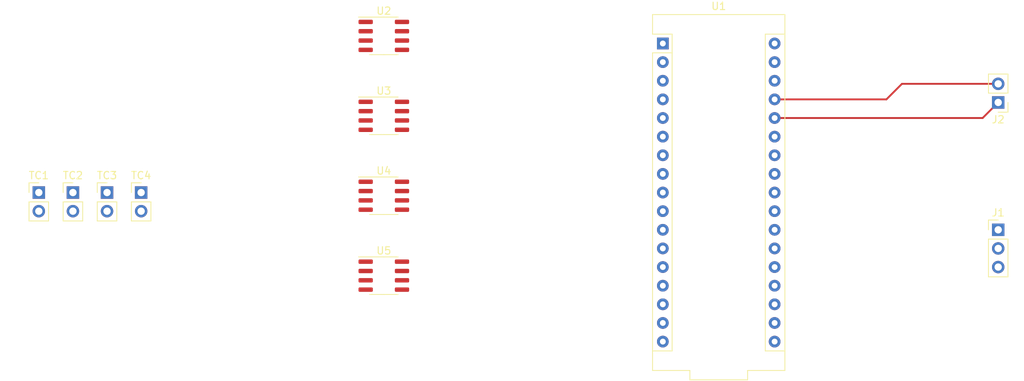
<source format=kicad_pcb>
(kicad_pcb (version 20221018) (generator pcbnew)
  (layers (0 "F.Cu" signal) (31 "B.Cu" signal) (34 "B.Paste" user) (35 "F.Paste" user) (36 "B.SilkS" user "B.Silkscreen") (37 "F.SilkS" user "F.Silkscreen") (38 "B.Mask" user) (39 "F.Mask" user) (44 "Edge.Cuts" user))
  (net 0 "")
  (net 1 "5V")
  (net 2 "GND")
  (net 3 "LCD")
  (net 4 "RESET")
  (net 10 "3.3V")
  (net 17 "T1CS")
  (net 19 "T2CS")
  (net 21 "T3CS")
  (net 23 "T4CS")
  (net 33 "MISO")
  (net 34 "SCK")
  (net 35 "T1-")
  (net 36 "T1+")
  (net 37 "T2-")
  (net 38 "T2+")
  (net 39 "T3-")
  (net 40 "T3+")
  (net 41 "T4-")
  (net 42 "T4+")
  (footprint "Connector_PinHeader_2.54mm:PinHeader_1x02_P2.54mm_Vertical" (layer "F.Cu") (at 180.34 74.08 180)
    (fp_text reference "J2" (at 0 -2.33) (layer "F.SilkS"))
    (fp_text value "CONN_02")
    (fp_line (start -1.33 -1.33) (end 0 -1.33) (stroke (width 0.12)) (layer "F.SilkS"))
    (fp_line (start -1.33 0) (end -1.33 -1.33) (stroke (width 0.12)) (layer "F.SilkS"))
    (fp_line (start -1.33 1.27) (end -1.33 3.87) (stroke (width 0.12)) (layer "F.SilkS"))
    (fp_line (start -1.33 1.27) (end 1.33 1.27) (stroke (width 0.12)) (layer "F.SilkS"))
    (fp_line (start -1.33 3.87) (end 1.33 3.87) (stroke (width 0.12)) (layer "F.SilkS"))
    (fp_line (start 1.33 1.27) (end 1.33 3.87) (stroke (width 0.12)) (layer "F.SilkS"))
    (pad "1" thru_hole rect (at 0 0 180) (size 1.7 1.7) (drill 1) (layers "*.Cu" "*.Mask") (net 4 "RESET"))
    (pad "2" thru_hole oval (at 0 2.54 180) (size 1.7 1.7) (drill 1) (layers "*.Cu" "*.Mask") (net 2 "GND"))
  )
  (footprint "Connector_PinHeader_2.54mm:PinHeader_1x02_P2.54mm_Vertical" (layer "F.Cu") (at 58.85 86.36)
    (fp_text reference "TC3" (at 0 -2.33) (layer "F.SilkS"))
    (fp_text value "Thermocouple")
    (fp_line (start -1.33 -1.33) (end 0 -1.33) (stroke (width 0.12)) (layer "F.SilkS"))
    (fp_line (start -1.33 0) (end -1.33 -1.33) (stroke (width 0.12)) (layer "F.SilkS"))
    (fp_line (start -1.33 1.27) (end -1.33 3.87) (stroke (width 0.12)) (layer "F.SilkS"))
    (fp_line (start -1.33 1.27) (end 1.33 1.27) (stroke (width 0.12)) (layer "F.SilkS"))
    (fp_line (start -1.33 3.87) (end 1.33 3.87) (stroke (width 0.12)) (layer "F.SilkS"))
    (fp_line (start 1.33 1.27) (end 1.33 3.87) (stroke (width 0.12)) (layer "F.SilkS"))
    (pad "1" thru_hole rect (at 0 0) (size 1.7 1.7) (drill 1) (layers "*.Cu" "*.Mask") (net 40 "T3+"))
    (pad "2" thru_hole oval (at 0 2.54) (size 1.7 1.7) (drill 1) (layers "*.Cu" "*.Mask") (net 39 "T3-"))
  )
  (footprint "Package_SO:SOIC-8_3.9x4.9mm_P1.27mm" (layer "F.Cu") (at 96.585 75.9)
    (fp_text reference "U3" (at 0 -3.4) (layer "F.SilkS"))
    (fp_text value "MAX31855TASA")
    (fp_line (start 0 -2.56) (end -3.45 -2.56) (stroke (width 0.12)) (layer "F.SilkS"))
    (fp_line (start 0 -2.56) (end 1.95 -2.56) (stroke (width 0.12)) (layer "F.SilkS"))
    (fp_line (start 0 2.56) (end -1.95 2.56) (stroke (width 0.12)) (layer "F.SilkS"))
    (fp_line (start 0 2.56) (end 1.95 2.56) (stroke (width 0.12)) (layer "F.SilkS"))
    (pad "1" smd roundrect (at -2.475 -1.905) (size 1.95 0.6) (layers "F.Cu" "F.Paste" "F.Mask") (net 2 "GND"))
    (pad "2" smd roundrect (at -2.475 -0.635) (size 1.95 0.6) (layers "F.Cu" "F.Paste" "F.Mask") (net 37 "T2-"))
    (pad "3" smd roundrect (at -2.475 0.635) (size 1.95 0.6) (layers "F.Cu" "F.Paste" "F.Mask") (net 38 "T2+"))
    (pad "4" smd roundrect (at -2.475 1.905) (size 1.95 0.6) (layers "F.Cu" "F.Paste" "F.Mask") (net 10 "3.3V"))
    (pad "5" smd roundrect (at 2.475 1.905) (size 1.95 0.6) (layers "F.Cu" "F.Paste" "F.Mask") (net 34 "SCK"))
    (pad "6" smd roundrect (at 2.475 0.635) (size 1.95 0.6) (layers "F.Cu" "F.Paste" "F.Mask") (net 19 "T2CS"))
    (pad "7" smd roundrect (at 2.475 -0.635) (size 1.95 0.6) (layers "F.Cu" "F.Paste" "F.Mask") (net 33 "MISO"))
    (pad "8" smd roundrect (at 2.475 -1.905) (size 1.95 0.6) (layers "F.Cu" "F.Paste" "F.Mask"))
  )
  (footprint "Package_SO:SOIC-8_3.9x4.9mm_P1.27mm" (layer "F.Cu") (at 96.585 86.795)
    (fp_text reference "U4" (at 0 -3.4) (layer "F.SilkS"))
    (fp_text value "MAX31855TASA")
    (fp_line (start 0 -2.56) (end -3.45 -2.56) (stroke (width 0.12)) (layer "F.SilkS"))
    (fp_line (start 0 -2.56) (end 1.95 -2.56) (stroke (width 0.12)) (layer "F.SilkS"))
    (fp_line (start 0 2.56) (end -1.95 2.56) (stroke (width 0.12)) (layer "F.SilkS"))
    (fp_line (start 0 2.56) (end 1.95 2.56) (stroke (width 0.12)) (layer "F.SilkS"))
    (pad "1" smd roundrect (at -2.475 -1.905) (size 1.95 0.6) (layers "F.Cu" "F.Paste" "F.Mask") (net 2 "GND"))
    (pad "2" smd roundrect (at -2.475 -0.635) (size 1.95 0.6) (layers "F.Cu" "F.Paste" "F.Mask") (net 39 "T3-"))
    (pad "3" smd roundrect (at -2.475 0.635) (size 1.95 0.6) (layers "F.Cu" "F.Paste" "F.Mask") (net 40 "T3+"))
    (pad "4" smd roundrect (at -2.475 1.905) (size 1.95 0.6) (layers "F.Cu" "F.Paste" "F.Mask") (net 10 "3.3V"))
    (pad "5" smd roundrect (at 2.475 1.905) (size 1.95 0.6) (layers "F.Cu" "F.Paste" "F.Mask") (net 34 "SCK"))
    (pad "6" smd roundrect (at 2.475 0.635) (size 1.95 0.6) (layers "F.Cu" "F.Paste" "F.Mask") (net 21 "T3CS"))
    (pad "7" smd roundrect (at 2.475 -0.635) (size 1.95 0.6) (layers "F.Cu" "F.Paste" "F.Mask") (net 33 "MISO"))
    (pad "8" smd roundrect (at 2.475 -1.905) (size 1.95 0.6) (layers "F.Cu" "F.Paste" "F.Mask"))
  )
  (footprint "Connector_PinHeader_2.54mm:PinHeader_1x02_P2.54mm_Vertical" (layer "F.Cu") (at 63.5 86.36)
    (fp_text reference "TC4" (at 0 -2.33) (layer "F.SilkS"))
    (fp_text value "Thermocouple")
    (fp_line (start -1.33 -1.33) (end 0 -1.33) (stroke (width 0.12)) (layer "F.SilkS"))
    (fp_line (start -1.33 0) (end -1.33 -1.33) (stroke (width 0.12)) (layer "F.SilkS"))
    (fp_line (start -1.33 1.27) (end -1.33 3.87) (stroke (width 0.12)) (layer "F.SilkS"))
    (fp_line (start -1.33 1.27) (end 1.33 1.27) (stroke (width 0.12)) (layer "F.SilkS"))
    (fp_line (start -1.33 3.87) (end 1.33 3.87) (stroke (width 0.12)) (layer "F.SilkS"))
    (fp_line (start 1.33 1.27) (end 1.33 3.87) (stroke (width 0.12)) (layer "F.SilkS"))
    (pad "1" thru_hole rect (at 0 0) (size 1.7 1.7) (drill 1) (layers "*.Cu" "*.Mask") (net 42 "T4+"))
    (pad "2" thru_hole oval (at 0 2.54) (size 1.7 1.7) (drill 1) (layers "*.Cu" "*.Mask") (net 41 "T4-"))
  )
  (footprint "Package_SO:SOIC-8_3.9x4.9mm_P1.27mm" (layer "F.Cu") (at 96.585 97.69)
    (fp_text reference "U5" (at 0 -3.4) (layer "F.SilkS"))
    (fp_text value "MAX31855TASA")
    (fp_line (start 0 -2.56) (end -3.45 -2.56) (stroke (width 0.12)) (layer "F.SilkS"))
    (fp_line (start 0 -2.56) (end 1.95 -2.56) (stroke (width 0.12)) (layer "F.SilkS"))
    (fp_line (start 0 2.56) (end -1.95 2.56) (stroke (width 0.12)) (layer "F.SilkS"))
    (fp_line (start 0 2.56) (end 1.95 2.56) (stroke (width 0.12)) (layer "F.SilkS"))
    (pad "1" smd roundrect (at -2.475 -1.905) (size 1.95 0.6) (layers "F.Cu" "F.Paste" "F.Mask") (net 2 "GND"))
    (pad "2" smd roundrect (at -2.475 -0.635) (size 1.95 0.6) (layers "F.Cu" "F.Paste" "F.Mask") (net 41 "T4-"))
    (pad "3" smd roundrect (at -2.475 0.635) (size 1.95 0.6) (layers "F.Cu" "F.Paste" "F.Mask") (net 42 "T4+"))
    (pad "4" smd roundrect (at -2.475 1.905) (size 1.95 0.6) (layers "F.Cu" "F.Paste" "F.Mask") (net 10 "3.3V"))
    (pad "5" smd roundrect (at 2.475 1.905) (size 1.95 0.6) (layers "F.Cu" "F.Paste" "F.Mask") (net 34 "SCK"))
    (pad "6" smd roundrect (at 2.475 0.635) (size 1.95 0.6) (layers "F.Cu" "F.Paste" "F.Mask") (net 23 "T4CS"))
    (pad "7" smd roundrect (at 2.475 -0.635) (size 1.95 0.6) (layers "F.Cu" "F.Paste" "F.Mask") (net 33 "MISO"))
    (pad "8" smd roundrect (at 2.475 -1.905) (size 1.95 0.6) (layers "F.Cu" "F.Paste" "F.Mask"))
  )
  (footprint "Arduino:Arduino_Micro" (layer "F.Cu") (at 134.62 66.04)
    (fp_text reference "U1" (at 7.62 -5.08) (layer "F.SilkS"))
    (fp_text value "Arduino_Micro")
    (fp_line (start -1.397 -3.937) (end -1.397 -1.27) (stroke (width 0.12)) (layer "F.SilkS"))
    (fp_line (start -1.397 1.27) (end -1.397 44.577) (stroke (width 0.12)) (layer "F.SilkS"))
    (fp_line (start -1.397 44.577) (end 3.683 44.577) (stroke (width 0.12)) (layer "F.SilkS"))
    (fp_line (start 1.27 -1.27) (end -1.397 -1.27) (stroke (width 0.12)) (layer "F.SilkS"))
    (fp_line (start 1.27 1.27) (end -1.397 1.27) (stroke (width 0.12)) (layer "F.SilkS"))
    (fp_line (start 1.27 1.27) (end 1.27 -1.27) (stroke (width 0.12)) (layer "F.SilkS"))
    (fp_line (start 1.27 1.27) (end 1.27 41.91) (stroke (width 0.12)) (layer "F.SilkS"))
    (fp_line (start 1.27 41.91) (end -1.397 41.91) (stroke (width 0.12)) (layer "F.SilkS"))
    (fp_line (start 3.683 44.577) (end 3.683 45.847) (stroke (width 0.12)) (layer "F.SilkS"))
    (fp_line (start 3.683 45.847) (end 11.557 45.847) (stroke (width 0.12)) (layer "F.SilkS"))
    (fp_line (start 11.557 44.577) (end 11.557 45.847) (stroke (width 0.12)) (layer "F.SilkS"))
    (fp_line (start 11.557 44.577) (end 16.637 44.577) (stroke (width 0.12)) (layer "F.SilkS"))
    (fp_line (start 13.97 -1.27) (end 13.97 41.91) (stroke (width 0.12)) (layer "F.SilkS"))
    (fp_line (start 13.97 -1.27) (end 16.637 -1.27) (stroke (width 0.12)) (layer "F.SilkS"))
    (fp_line (start 13.97 41.91) (end 16.637 41.91) (stroke (width 0.12)) (layer "F.SilkS"))
    (fp_line (start 16.637 -3.937) (end -1.397 -3.937) (stroke (width 0.12)) (layer "F.SilkS"))
    (fp_line (start 16.637 44.577) (end 16.637 -3.937) (stroke (width 0.12)) (layer "F.SilkS"))
    (pad "1" thru_hole rect (at 0 0) (size 1.6 1.6) (drill 0.8) (layers "*.Cu" "*.Mask"))
    (pad "2" thru_hole oval (at 0 2.54) (size 1.6 1.6) (drill 0.8) (layers "*.Cu" "*.Mask"))
    (pad "3" thru_hole oval (at 0 5.08) (size 1.6 1.6) (drill 0.8) (layers "*.Cu" "*.Mask"))
    (pad "4" thru_hole oval (at 0 7.62) (size 1.6 1.6) (drill 0.8) (layers "*.Cu" "*.Mask"))
    (pad "5" thru_hole oval (at 0 10.16) (size 1.6 1.6) (drill 0.8) (layers "*.Cu" "*.Mask"))
    (pad "6" thru_hole oval (at 0 12.7) (size 1.6 1.6) (drill 0.8) (layers "*.Cu" "*.Mask"))
    (pad "7" thru_hole oval (at 0 15.24) (size 1.6 1.6) (drill 0.8) (layers "*.Cu" "*.Mask") (net 17 "T1CS"))
    (pad "8" thru_hole oval (at 0 17.78) (size 1.6 1.6) (drill 0.8) (layers "*.Cu" "*.Mask") (net 19 "T2CS"))
    (pad "9" thru_hole oval (at 0 20.32) (size 1.6 1.6) (drill 0.8) (layers "*.Cu" "*.Mask") (net 21 "T3CS"))
    (pad "10" thru_hole oval (at 0 22.86) (size 1.6 1.6) (drill 0.8) (layers "*.Cu" "*.Mask") (net 23 "T4CS"))
    (pad "11" thru_hole oval (at 0 25.4) (size 1.6 1.6) (drill 0.8) (layers "*.Cu" "*.Mask"))
    (pad "12" thru_hole oval (at 0 27.94) (size 1.6 1.6) (drill 0.8) (layers "*.Cu" "*.Mask") (net 3 "LCD"))
    (pad "13" thru_hole oval (at 0 30.48) (size 1.6 1.6) (drill 0.8) (layers "*.Cu" "*.Mask"))
    (pad "14" thru_hole oval (at 0 33.02) (size 1.6 1.6) (drill 0.8) (layers "*.Cu" "*.Mask"))
    (pad "15" thru_hole oval (at 0 35.56) (size 1.6 1.6) (drill 0.8) (layers "*.Cu" "*.Mask"))
    (pad "16" thru_hole oval (at 0 38.1) (size 1.6 1.6) (drill 0.8) (layers "*.Cu" "*.Mask"))
    (pad "17" thru_hole oval (at 0 40.64) (size 1.6 1.6) (drill 0.8) (layers "*.Cu" "*.Mask"))
    (pad "18" thru_hole oval (at 15.24 40.64) (size 1.6 1.6) (drill 0.8) (layers "*.Cu" "*.Mask"))
    (pad "19" thru_hole oval (at 15.24 38.1) (size 1.6 1.6) (drill 0.8) (layers "*.Cu" "*.Mask") (net 10 "3.3V"))
    (pad "20" thru_hole oval (at 15.24 35.56) (size 1.6 1.6) (drill 0.8) (layers "*.Cu" "*.Mask"))
    (pad "21" thru_hole oval (at 15.24 33.02) (size 1.6 1.6) (drill 0.8) (layers "*.Cu" "*.Mask"))
    (pad "22" thru_hole oval (at 15.24 30.48) (size 1.6 1.6) (drill 0.8) (layers "*.Cu" "*.Mask"))
    (pad "23" thru_hole oval (at 15.24 27.94) (size 1.6 1.6) (drill 0.8) (layers "*.Cu" "*.Mask"))
    (pad "24" thru_hole oval (at 15.24 25.4) (size 1.6 1.6) (drill 0.8) (layers "*.Cu" "*.Mask"))
    (pad "25" thru_hole oval (at 15.24 22.86) (size 1.6 1.6) (drill 0.8) (layers "*.Cu" "*.Mask"))
    (pad "26" thru_hole oval (at 15.24 20.32) (size 1.6 1.6) (drill 0.8) (layers "*.Cu" "*.Mask"))
    (pad "27" thru_hole oval (at 15.24 17.78) (size 1.6 1.6) (drill 0.8) (layers "*.Cu" "*.Mask"))
    (pad "28" thru_hole oval (at 15.24 15.24) (size 1.6 1.6) (drill 0.8) (layers "*.Cu" "*.Mask"))
    (pad "29" thru_hole oval (at 15.24 12.7) (size 1.6 1.6) (drill 0.8) (layers "*.Cu" "*.Mask") (net 1 "5V"))
    (pad "30" thru_hole oval (at 15.24 10.16) (size 1.6 1.6) (drill 0.8) (layers "*.Cu" "*.Mask") (net 4 "RESET"))
    (pad "31" thru_hole oval (at 15.24 7.62) (size 1.6 1.6) (drill 0.8) (layers "*.Cu" "*.Mask") (net 2 "GND"))
    (pad "32" thru_hole oval (at 15.24 5.08) (size 1.6 1.6) (drill 0.8) (layers "*.Cu" "*.Mask"))
    (pad "33" thru_hole oval (at 15.24 2.54) (size 1.6 1.6) (drill 0.8) (layers "*.Cu" "*.Mask") (net 33 "MISO"))
    (pad "34" thru_hole oval (at 15.24 0) (size 1.6 1.6) (drill 0.8) (layers "*.Cu" "*.Mask") (net 34 "SCK"))
  )
  (footprint "Package_SO:SOIC-8_3.9x4.9mm_P1.27mm" (layer "F.Cu") (at 96.585 65.005)
    (fp_text reference "U2" (at 0 -3.4) (layer "F.SilkS"))
    (fp_text value "MAX31855TASA")
    (fp_line (start 0 -2.56) (end -3.45 -2.56) (stroke (width 0.12)) (layer "F.SilkS"))
    (fp_line (start 0 -2.56) (end 1.95 -2.56) (stroke (width 0.12)) (layer "F.SilkS"))
    (fp_line (start 0 2.56) (end -1.95 2.56) (stroke (width 0.12)) (layer "F.SilkS"))
    (fp_line (start 0 2.56) (end 1.95 2.56) (stroke (width 0.12)) (layer "F.SilkS"))
    (pad "1" smd roundrect (at -2.475 -1.905) (size 1.95 0.6) (layers "F.Cu" "F.Paste" "F.Mask") (net 2 "GND"))
    (pad "2" smd roundrect (at -2.475 -0.635) (size 1.95 0.6) (layers "F.Cu" "F.Paste" "F.Mask") (net 35 "T1-"))
    (pad "3" smd roundrect (at -2.475 0.635) (size 1.95 0.6) (layers "F.Cu" "F.Paste" "F.Mask") (net 36 "T1+"))
    (pad "4" smd roundrect (at -2.475 1.905) (size 1.95 0.6) (layers "F.Cu" "F.Paste" "F.Mask") (net 10 "3.3V"))
    (pad "5" smd roundrect (at 2.475 1.905) (size 1.95 0.6) (layers "F.Cu" "F.Paste" "F.Mask") (net 34 "SCK"))
    (pad "6" smd roundrect (at 2.475 0.635) (size 1.95 0.6) (layers "F.Cu" "F.Paste" "F.Mask") (net 17 "T1CS"))
    (pad "7" smd roundrect (at 2.475 -0.635) (size 1.95 0.6) (layers "F.Cu" "F.Paste" "F.Mask") (net 33 "MISO"))
    (pad "8" smd roundrect (at 2.475 -1.905) (size 1.95 0.6) (layers "F.Cu" "F.Paste" "F.Mask"))
  )
  (footprint "Connector_PinHeader_2.54mm:PinHeader_1x02_P2.54mm_Vertical" (layer "F.Cu") (at 49.55 86.36)
    (fp_text reference "TC1" (at 0 -2.33) (layer "F.SilkS"))
    (fp_text value "Thermocouple")
    (fp_line (start -1.33 -1.33) (end 0 -1.33) (stroke (width 0.12)) (layer "F.SilkS"))
    (fp_line (start -1.33 0) (end -1.33 -1.33) (stroke (width 0.12)) (layer "F.SilkS"))
    (fp_line (start -1.33 1.27) (end -1.33 3.87) (stroke (width 0.12)) (layer "F.SilkS"))
    (fp_line (start -1.33 1.27) (end 1.33 1.27) (stroke (width 0.12)) (layer "F.SilkS"))
    (fp_line (start -1.33 3.87) (end 1.33 3.87) (stroke (width 0.12)) (layer "F.SilkS"))
    (fp_line (start 1.33 1.27) (end 1.33 3.87) (stroke (width 0.12)) (layer "F.SilkS"))
    (pad "1" thru_hole rect (at 0 0) (size 1.7 1.7) (drill 1) (layers "*.Cu" "*.Mask") (net 36 "T1+"))
    (pad "2" thru_hole oval (at 0 2.54) (size 1.7 1.7) (drill 1) (layers "*.Cu" "*.Mask") (net 35 "T1-"))
  )
  (footprint "Connector_PinHeader_2.54mm:PinHeader_1x03_P2.54mm_Vertical" (layer "F.Cu") (at 180.34 91.44)
    (fp_text reference "J1" (at 0 -2.33) (layer "F.SilkS"))
    (fp_text value "CONN_03")
    (fp_line (start -1.33 -1.33) (end 0 -1.33) (stroke (width 0.12)) (layer "F.SilkS"))
    (fp_line (start -1.33 0) (end -1.33 -1.33) (stroke (width 0.12)) (layer "F.SilkS"))
    (fp_line (start -1.33 1.27) (end -1.33 6.41) (stroke (width 0.12)) (layer "F.SilkS"))
    (fp_line (start -1.33 1.27) (end 1.33 1.27) (stroke (width 0.12)) (layer "F.SilkS"))
    (fp_line (start -1.33 6.41) (end 1.33 6.41) (stroke (width 0.12)) (layer "F.SilkS"))
    (fp_line (start 1.33 1.27) (end 1.33 6.41) (stroke (width 0.12)) (layer "F.SilkS"))
    (pad "1" thru_hole rect (at 0 0) (size 1.7 1.7) (drill 1) (layers "*.Cu" "*.Mask") (net 1 "5V"))
    (pad "2" thru_hole oval (at 0 2.54) (size 1.7 1.7) (drill 1) (layers "*.Cu" "*.Mask") (net 2 "GND"))
    (pad "3" thru_hole oval (at 0 5.08) (size 1.7 1.7) (drill 1) (layers "*.Cu" "*.Mask") (net 3 "LCD"))
  )
  (footprint "Connector_PinHeader_2.54mm:PinHeader_1x02_P2.54mm_Vertical" (layer "F.Cu") (at 54.2 86.36)
    (fp_text reference "TC2" (at 0 -2.33) (layer "F.SilkS"))
    (fp_text value "Thermocouple")
    (fp_line (start -1.33 -1.33) (end 0 -1.33) (stroke (width 0.12)) (layer "F.SilkS"))
    (fp_line (start -1.33 0) (end -1.33 -1.33) (stroke (width 0.12)) (layer "F.SilkS"))
    (fp_line (start -1.33 1.27) (end -1.33 3.87) (stroke (width 0.12)) (layer "F.SilkS"))
    (fp_line (start -1.33 1.27) (end 1.33 1.27) (stroke (width 0.12)) (layer "F.SilkS"))
    (fp_line (start -1.33 3.87) (end 1.33 3.87) (stroke (width 0.12)) (layer "F.SilkS"))
    (fp_line (start 1.33 1.27) (end 1.33 3.87) (stroke (width 0.12)) (layer "F.SilkS"))
    (pad "1" thru_hole rect (at 0 0) (size 1.7 1.7) (drill 1) (layers "*.Cu" "*.Mask") (net 38 "T2+"))
    (pad "2" thru_hole oval (at 0 2.54) (size 1.7 1.7) (drill 1) (layers "*.Cu" "*.Mask") (net 37 "T2-"))
  )
  (segment (start 167.22 71.54) (end 180.34 71.54) (width 0.25) (layer "F.Cu") (net 2))
  (segment (start 165.1 73.66) (end 167.22 71.54) (width 0.25) (layer "F.Cu") (net 2))
  (segment (start 149.86 73.66) (end 165.1 73.66) (width 0.25) (layer "F.Cu") (net 2))
  (segment (start 149.86 76.2) (end 178.22 76.2) (width 0.25) (layer "F.Cu") (net 4))
  (segment (start 178.22 76.2) (end 180.34 74.08) (width 0.25) (layer "F.Cu") (net 4))
)
</source>
